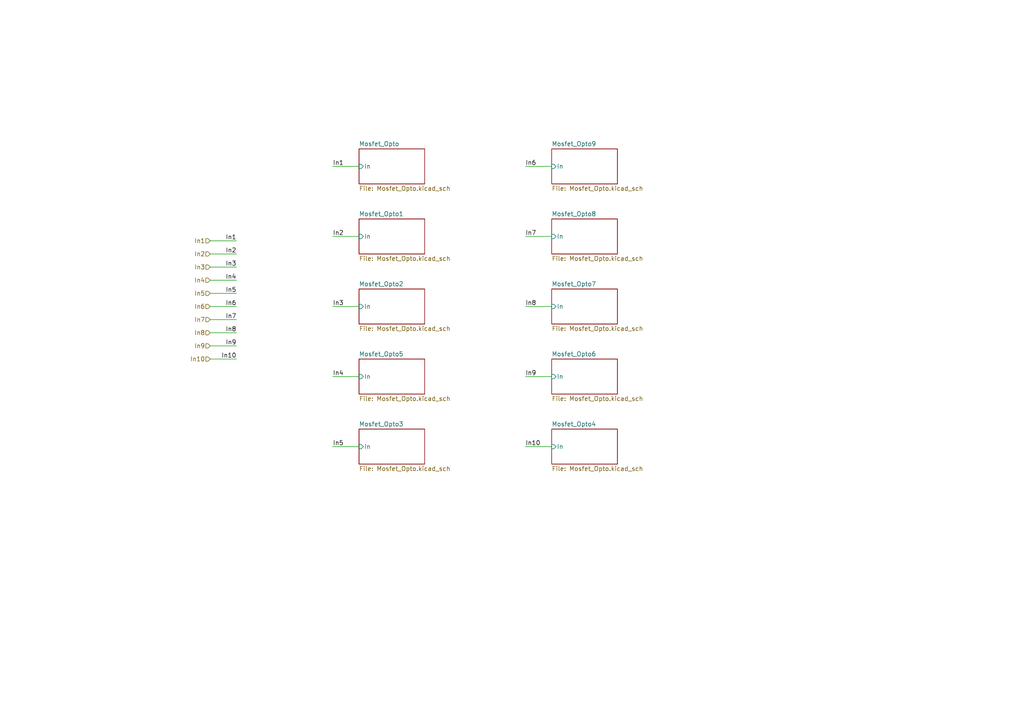
<source format=kicad_sch>
(kicad_sch (version 20230121) (generator eeschema)
  (paper "A4")
  (lib_symbols)
  (wire (pts (xy 60.96 92.71) (xy 68.58 92.71)))
  (wire (pts (xy 152.4 68.58) (xy 160.02 68.58)))
  (wire (pts (xy 96.52 109.22) (xy 104.14 109.22)))
  (wire (pts (xy 152.4 109.22) (xy 160.02 109.22)))
  (wire (pts (xy 60.96 104.14) (xy 68.58 104.14)))
  (wire (pts (xy 60.96 88.9) (xy 68.58 88.9)))
  (wire (pts (xy 96.52 68.58) (xy 104.14 68.58)))
  (wire (pts (xy 60.96 81.28) (xy 68.58 81.28)))
  (wire (pts (xy 96.52 88.9) (xy 104.14 88.9)))
  (wire (pts (xy 60.96 69.85) (xy 68.58 69.85)))
  (wire (pts (xy 152.4 129.54) (xy 160.02 129.54)))
  (wire (pts (xy 96.52 48.26) (xy 104.14 48.26)))
  (wire (pts (xy 96.52 129.54) (xy 104.14 129.54)))
  (wire (pts (xy 60.96 100.33) (xy 68.58 100.33)))
  (wire (pts (xy 152.4 88.9) (xy 160.02 88.9)))
  (wire (pts (xy 152.4 48.26) (xy 160.02 48.26)))
  (wire (pts (xy 60.96 96.52) (xy 68.58 96.52)))
  (wire (pts (xy 60.96 77.47) (xy 68.58 77.47)))
  (wire (pts (xy 60.96 85.09) (xy 68.58 85.09)))
  (wire (pts (xy 60.96 73.66) (xy 68.58 73.66)))
  (label "In1" (at 96.52 48.26 0))
  (label "In6" (at 152.4 48.26 0))
  (label "In5" (at 96.52 129.54 0))
  (label "In3" (at 68.58 77.47 180))
  (label "In3" (at 96.52 88.9 0))
  (label "In9" (at 152.4 109.22 0))
  (label "In4" (at 96.52 109.22 0))
  (label "In2" (at 96.52 68.58 0))
  (label "In8" (at 152.4 88.9 0))
  (label "In9" (at 68.58 100.33 180))
  (label "In7" (at 68.58 92.71 180))
  (label "In6" (at 68.58 88.9 180))
  (label "In10" (at 68.58 104.14 180))
  (label "In8" (at 68.58 96.52 180))
  (label "In10" (at 152.4 129.54 0))
  (label "In7" (at 152.4 68.58 0))
  (label "In2" (at 68.58 73.66 180))
  (label "In4" (at 68.58 81.28 180))
  (label "In1" (at 68.58 69.85 180))
  (label "In5" (at 68.58 85.09 180))
  (hierarchical_label "In4" (shape input) (at 60.96 81.28 180))
  (hierarchical_label "In3" (shape input) (at 60.96 77.47 180))
  (hierarchical_label "In7" (shape input) (at 60.96 92.71 180))
  (hierarchical_label "In2" (shape input) (at 60.96 73.66 180))
  (hierarchical_label "In10" (shape input) (at 60.96 104.14 180))
  (hierarchical_label "In5" (shape input) (at 60.96 85.09 180))
  (hierarchical_label "In9" (shape input) (at 60.96 100.33 180))
  (hierarchical_label "In8" (shape input) (at 60.96 96.52 180))
  (hierarchical_label "In6" (shape input) (at 60.96 88.9 180))
  (hierarchical_label "In1" (shape input) (at 60.96 69.85 180))
  (sheet (at 160.02 124.46) (size 19.05 10.16) (stroke (width 0.1524))
    (property "Sheetname" "Mosfet_Opto4" (at 160.02 123.7484 0) (effects (justify left bottom)))
    (property "Sheetfile" "Mosfet_Opto.kicad_sch" (at 160.02 135.2046 0) (effects (justify left top)))
    (pin "In" input (at 160.02 129.54 180))
  )
  (sheet (at 104.14 63.5) (size 19.05 10.16) (stroke (width 0.1524))
    (property "Sheetname" "Mosfet_Opto1" (at 104.14 62.7884 0) (effects (justify left bottom)))
    (property "Sheetfile" "Mosfet_Opto.kicad_sch" (at 104.14 74.2446 0) (effects (justify left top)))
    (pin "In" input (at 104.14 68.58 180))
  )
  (sheet (at 104.14 43.18) (size 19.05 10.16) (stroke (width 0.1524))
    (property "Sheetname" "Mosfet_Opto" (at 104.14 42.4684 0) (effects (justify left bottom)))
    (property "Sheetfile" "Mosfet_Opto.kicad_sch" (at 104.14 53.9246 0) (effects (justify left top)))
    (pin "In" input (at 104.14 48.26 180))
  )
  (sheet (at 104.14 104.14) (size 19.05 10.16) (stroke (width 0.1524))
    (property "Sheetname" "Mosfet_Opto5" (at 104.14 103.4284 0) (effects (justify left bottom)))
    (property "Sheetfile" "Mosfet_Opto.kicad_sch" (at 104.14 114.8846 0) (effects (justify left top)))
    (pin "In" input (at 104.14 109.22 180))
  )
  (sheet (at 104.14 83.82) (size 19.05 10.16) (stroke (width 0.1524))
    (property "Sheetname" "Mosfet_Opto2" (at 104.14 83.1084 0) (effects (justify left bottom)))
    (property "Sheetfile" "Mosfet_Opto.kicad_sch" (at 104.14 94.5646 0) (effects (justify left top)))
    (pin "In" input (at 104.14 88.9 180))
  )
  (sheet (at 160.02 43.18) (size 19.05 10.16) (stroke (width 0.1524))
    (property "Sheetname" "Mosfet_Opto9" (at 160.02 42.4684 0) (effects (justify left bottom)))
    (property "Sheetfile" "Mosfet_Opto.kicad_sch" (at 160.02 53.9246 0) (effects (justify left top)))
    (pin "In" input (at 160.02 48.26 180))
  )
  (sheet (at 160.02 63.5) (size 19.05 10.16) (stroke (width 0.1524))
    (property "Sheetname" "Mosfet_Opto8" (at 160.02 62.7884 0) (effects (justify left bottom)))
    (property "Sheetfile" "Mosfet_Opto.kicad_sch" (at 160.02 74.2446 0) (effects (justify left top)))
    (pin "In" input (at 160.02 68.58 180))
  )
  (sheet (at 104.14 124.46) (size 19.05 10.16) (stroke (width 0.1524))
    (property "Sheetname" "Mosfet_Opto3" (at 104.14 123.7484 0) (effects (justify left bottom)))
    (property "Sheetfile" "Mosfet_Opto.kicad_sch" (at 104.14 135.2046 0) (effects (justify left top)))
    (pin "In" input (at 104.14 129.54 180))
  )
  (sheet (at 160.02 83.82) (size 19.05 10.16) (stroke (width 0.1524))
    (property "Sheetname" "Mosfet_Opto7" (at 160.02 83.1084 0) (effects (justify left bottom)))
    (property "Sheetfile" "Mosfet_Opto.kicad_sch" (at 160.02 94.5646 0) (effects (justify left top)))
    (pin "In" input (at 160.02 88.9 180))
  )
  (sheet (at 160.02 104.14) (size 19.05 10.16) (stroke (width 0.1524))
    (property "Sheetname" "Mosfet_Opto6" (at 160.02 103.4284 0) (effects (justify left bottom)))
    (property "Sheetfile" "Mosfet_Opto.kicad_sch" (at 160.02 114.8846 0) (effects (justify left top)))
    (pin "In" input (at 160.02 109.22 180))
  )
)
</source>
